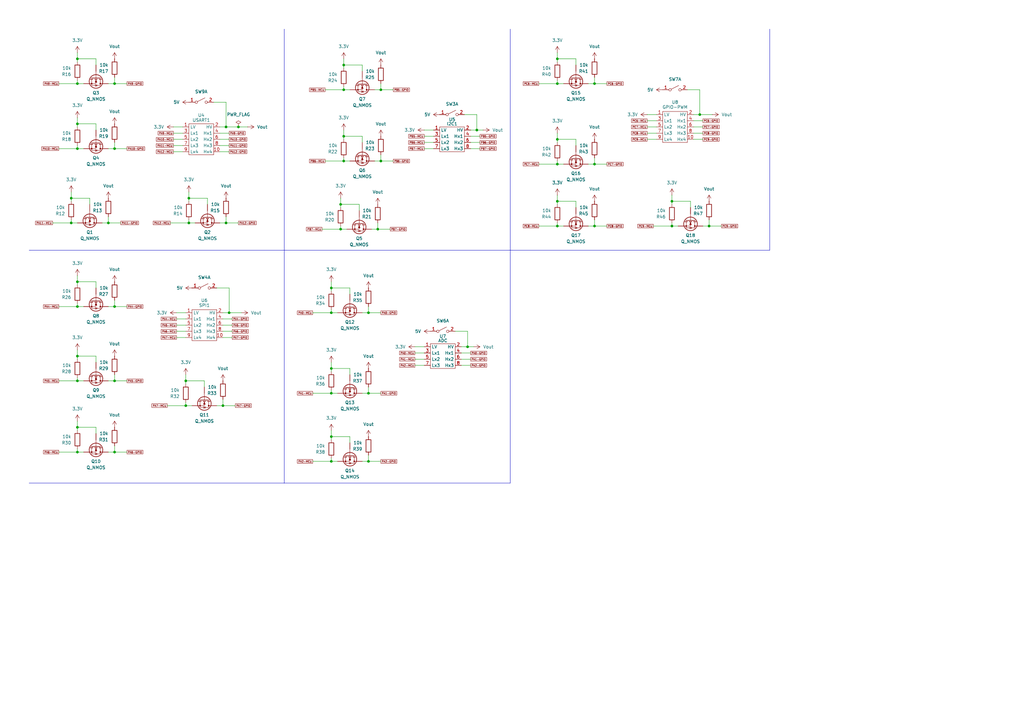
<source format=kicad_sch>
(kicad_sch (version 20250114) (generator "eeschema") (generator_version "9.0")
  (paper "A3")
  (junction (at 135.89 128.27))
  (junction (at 156.21 66.04))
  (junction (at 156.21 36.83))
  (junction (at 228.6 24.13))
  (junction (at 243.84 67.31))
  (junction (at 29.21 81.28))
  (junction (at 31.75 60.96))
  (junction (at 151.13 189.23))
  (junction (at 31.75 125.73))
  (junction (at 228.6 92.71))
  (junction (at 76.2 166.37))
  (junction (at 46.99 60.96))
  (junction (at 77.47 81.28))
  (junction (at 139.7 93.98))
  (junction (at 31.75 175.26))
  (junction (at 140.97 66.04))
  (junction (at 140.97 55.88))
  (junction (at 287.02 46.99))
  (junction (at 243.84 34.29))
  (junction (at 31.75 115.57))
  (junction (at 243.84 92.71))
  (junction (at 151.13 161.29))
  (junction (at 195.58 53.34))
  (junction (at 228.6 67.31))
  (junction (at 46.99 125.73))
  (junction (at 275.59 92.71))
  (junction (at 92.71 52.07))
  (junction (at 139.7 83.82))
  (junction (at 275.59 82.55))
  (junction (at 46.99 185.42))
  (junction (at 135.89 118.11))
  (junction (at 228.6 34.29))
  (junction (at 228.6 82.55))
  (junction (at 135.89 179.07))
  (junction (at 91.44 166.37))
  (junction (at 151.13 128.27))
  (junction (at 31.75 50.8))
  (junction (at 135.89 151.13))
  (junction (at 31.75 34.29))
  (junction (at 31.75 185.42))
  (junction (at 191.77 142.24))
  (junction (at 76.2 156.21))
  (junction (at 135.89 161.29))
  (junction (at 31.75 156.21))
  (junction (at 154.94 93.98))
  (junction (at 46.99 156.21))
  (junction (at 140.97 36.83))
  (junction (at 31.75 146.05))
  (junction (at 46.99 34.29))
  (junction (at 140.97 26.67))
  (junction (at 290.83 92.71))
  (junction (at 31.75 24.13))
  (junction (at 29.21 91.44))
  (junction (at 97.79 52.07))
  (junction (at 44.45 91.44))
  (junction (at 92.71 91.44))
  (junction (at 77.47 91.44))
  (junction (at 93.98 128.27))
  (junction (at 135.89 189.23))
  (junction (at 228.6 57.15))
  (wire (pts (xy 46.99 34.29) (xy 46.99 31.75)))
  (wire (pts (xy 228.6 83.82) (xy 228.6 82.55)))
  (wire (pts (xy 173.99 53.34) (xy 177.8 53.34)))
  (wire (pts (xy 31.75 146.05) (xy 39.37 146.05)))
  (wire (pts (xy 90.17 62.23) (xy 93.98 62.23)))
  (wire (pts (xy 284.48 46.99) (xy 287.02 46.99)))
  (wire (pts (xy 76.2 165.1) (xy 76.2 166.37)))
  (wire (pts (xy 128.27 161.29) (xy 135.89 161.29)))
  (wire (pts (xy 31.75 124.46) (xy 31.75 125.73)))
  (wire (pts (xy 275.59 80.01) (xy 275.59 82.55)))
  (wire (pts (xy 269.24 52.07) (xy 265.43 52.07)))
  (wire (pts (xy 220.98 92.71) (xy 228.6 92.71)))
  (polyline (pts (xy 116.586 12.192) (xy 116.586 102.616)))
  (wire (pts (xy 31.75 24.13) (xy 39.37 24.13)))
  (wire (pts (xy 90.17 57.15) (xy 93.98 57.15)))
  (wire (pts (xy 76.2 135.89) (xy 72.39 135.89)))
  (wire (pts (xy 135.89 187.96) (xy 135.89 189.23)))
  (wire (pts (xy 39.37 24.13) (xy 39.37 26.67)))
  (wire (pts (xy 193.04 60.96) (xy 196.85 60.96)))
  (wire (pts (xy 170.18 142.24) (xy 173.99 142.24)))
  (wire (pts (xy 177.8 55.88) (xy 173.99 55.88)))
  (wire (pts (xy 85.09 81.28) (xy 85.09 83.82)))
  (wire (pts (xy 29.21 81.28) (xy 36.83 81.28)))
  (wire (pts (xy 191.77 135.89) (xy 191.77 142.24)))
  (wire (pts (xy 135.89 115.57) (xy 135.89 118.11)))
  (wire (pts (xy 177.8 58.42) (xy 173.99 58.42)))
  (wire (pts (xy 31.75 21.59) (xy 31.75 24.13)))
  (wire (pts (xy 24.13 34.29) (xy 31.75 34.29)))
  (wire (pts (xy 220.98 67.31) (xy 228.6 67.31)))
  (wire (pts (xy 31.75 185.42) (xy 34.29 185.42)))
  (wire (pts (xy 44.45 91.44) (xy 44.45 88.9)))
  (wire (pts (xy 39.37 50.8) (xy 39.37 53.34)))
  (wire (pts (xy 236.22 57.15) (xy 236.22 59.69)))
  (wire (pts (xy 31.75 116.84) (xy 31.75 115.57)))
  (wire (pts (xy 46.99 34.29) (xy 52.07 34.29)))
  (wire (pts (xy 135.89 189.23) (xy 138.43 189.23)))
  (wire (pts (xy 76.2 156.21) (xy 83.82 156.21)))
  (wire (pts (xy 275.59 83.82) (xy 275.59 82.55)))
  (wire (pts (xy 148.59 189.23) (xy 151.13 189.23)))
  (polyline (pts (xy 11.938 102.616) (xy 12.446 102.616)))
  (wire (pts (xy 46.99 125.73) (xy 52.07 125.73)))
  (wire (pts (xy 139.7 81.28) (xy 139.7 83.82)))
  (wire (pts (xy 90.17 59.69) (xy 93.98 59.69)))
  (wire (pts (xy 287.02 36.83) (xy 287.02 46.99)))
  (wire (pts (xy 21.59 91.44) (xy 29.21 91.44)))
  (wire (pts (xy 68.58 166.37) (xy 76.2 166.37)))
  (wire (pts (xy 195.58 46.99) (xy 195.58 53.34)))
  (wire (pts (xy 290.83 92.71) (xy 295.91 92.71)))
  (polyline (pts (xy 209.296 102.616) (xy 315.722 102.616)))
  (wire (pts (xy 91.44 128.27) (xy 93.98 128.27)))
  (wire (pts (xy 69.85 91.44) (xy 77.47 91.44)))
  (wire (pts (xy 90.17 54.61) (xy 93.98 54.61)))
  (wire (pts (xy 153.67 66.04) (xy 156.21 66.04)))
  (wire (pts (xy 76.2 153.67) (xy 76.2 156.21)))
  (wire (pts (xy 88.9 166.37) (xy 91.44 166.37)))
  (wire (pts (xy 29.21 90.17) (xy 29.21 91.44)))
  (wire (pts (xy 44.45 34.29) (xy 46.99 34.29)))
  (wire (pts (xy 135.89 128.27) (xy 138.43 128.27)))
  (wire (pts (xy 71.12 52.07) (xy 74.93 52.07)))
  (wire (pts (xy 228.6 92.71) (xy 231.14 92.71)))
  (wire (pts (xy 31.75 52.07) (xy 31.75 50.8)))
  (wire (pts (xy 151.13 161.29) (xy 156.21 161.29)))
  (wire (pts (xy 193.04 58.42) (xy 196.85 58.42)))
  (wire (pts (xy 151.13 189.23) (xy 156.21 189.23)))
  (wire (pts (xy 44.45 60.96) (xy 46.99 60.96)))
  (wire (pts (xy 31.75 156.21) (xy 34.29 156.21)))
  (wire (pts (xy 31.75 59.69) (xy 31.75 60.96)))
  (wire (pts (xy 97.79 52.07) (xy 101.6 52.07)))
  (wire (pts (xy 139.7 93.98) (xy 142.24 93.98)))
  (wire (pts (xy 31.75 125.73) (xy 34.29 125.73)))
  (wire (pts (xy 228.6 24.13) (xy 236.22 24.13)))
  (wire (pts (xy 190.5 46.99) (xy 195.58 46.99)))
  (wire (pts (xy 46.99 156.21) (xy 52.07 156.21)))
  (wire (pts (xy 92.71 91.44) (xy 92.71 88.9)))
  (wire (pts (xy 24.13 185.42) (xy 31.75 185.42)))
  (wire (pts (xy 228.6 82.55) (xy 236.22 82.55)))
  (polyline (pts (xy 12.446 102.616) (xy 116.586 102.616)))
  (wire (pts (xy 189.23 147.32) (xy 193.04 147.32)))
  (wire (pts (xy 135.89 179.07) (xy 143.51 179.07)))
  (wire (pts (xy 31.75 147.32) (xy 31.75 146.05)))
  (wire (pts (xy 29.21 82.55) (xy 29.21 81.28)))
  (wire (pts (xy 284.48 54.61) (xy 288.29 54.61)))
  (wire (pts (xy 44.45 156.21) (xy 46.99 156.21)))
  (wire (pts (xy 228.6 54.61) (xy 228.6 57.15)))
  (wire (pts (xy 281.94 36.83) (xy 287.02 36.83)))
  (wire (pts (xy 90.17 91.44) (xy 92.71 91.44)))
  (wire (pts (xy 189.23 149.86) (xy 193.04 149.86)))
  (wire (pts (xy 228.6 25.4) (xy 228.6 24.13)))
  (wire (pts (xy 140.97 26.67) (xy 148.59 26.67)))
  (wire (pts (xy 243.84 67.31) (xy 248.92 67.31)))
  (wire (pts (xy 135.89 161.29) (xy 138.43 161.29)))
  (wire (pts (xy 156.21 66.04) (xy 156.21 63.5)))
  (wire (pts (xy 173.99 149.86) (xy 170.18 149.86)))
  (wire (pts (xy 143.51 179.07) (xy 143.51 181.61)))
  (wire (pts (xy 193.04 53.34) (xy 195.58 53.34)))
  (polyline (pts (xy 209.296 11.938) (xy 209.296 102.616)))
  (wire (pts (xy 156.21 66.04) (xy 161.29 66.04)))
  (wire (pts (xy 284.48 49.53) (xy 288.29 49.53)))
  (wire (pts (xy 135.89 148.59) (xy 135.89 151.13)))
  (wire (pts (xy 156.21 36.83) (xy 161.29 36.83)))
  (wire (pts (xy 140.97 64.77) (xy 140.97 66.04)))
  (wire (pts (xy 148.59 128.27) (xy 151.13 128.27)))
  (wire (pts (xy 77.47 91.44) (xy 80.01 91.44)))
  (wire (pts (xy 228.6 91.44) (xy 228.6 92.71)))
  (wire (pts (xy 154.94 93.98) (xy 154.94 91.44)))
  (wire (pts (xy 173.99 147.32) (xy 170.18 147.32)))
  (wire (pts (xy 153.67 36.83) (xy 156.21 36.83)))
  (wire (pts (xy 24.13 156.21) (xy 31.75 156.21)))
  (wire (pts (xy 31.75 154.94) (xy 31.75 156.21)))
  (wire (pts (xy 287.02 46.99) (xy 292.1 46.99)))
  (wire (pts (xy 77.47 78.74) (xy 77.47 81.28)))
  (wire (pts (xy 91.44 135.89) (xy 95.25 135.89)))
  (wire (pts (xy 39.37 115.57) (xy 39.37 118.11)))
  (wire (pts (xy 46.99 185.42) (xy 52.07 185.42)))
  (wire (pts (xy 228.6 34.29) (xy 231.14 34.29)))
  (wire (pts (xy 39.37 175.26) (xy 39.37 177.8)))
  (wire (pts (xy 31.75 175.26) (xy 39.37 175.26)))
  (wire (pts (xy 31.75 34.29) (xy 34.29 34.29)))
  (wire (pts (xy 29.21 78.74) (xy 29.21 81.28)))
  (wire (pts (xy 44.45 91.44) (xy 49.53 91.44)))
  (wire (pts (xy 76.2 166.37) (xy 78.74 166.37)))
  (wire (pts (xy 189.23 144.78) (xy 193.04 144.78)))
  (wire (pts (xy 31.75 50.8) (xy 39.37 50.8)))
  (wire (pts (xy 24.13 125.73) (xy 31.75 125.73)))
  (wire (pts (xy 44.45 125.73) (xy 46.99 125.73)))
  (wire (pts (xy 31.75 48.26) (xy 31.75 50.8)))
  (wire (pts (xy 76.2 138.43) (xy 72.39 138.43)))
  (wire (pts (xy 91.44 138.43) (xy 95.25 138.43)))
  (wire (pts (xy 46.99 125.73) (xy 46.99 123.19)))
  (wire (pts (xy 186.69 135.89) (xy 191.77 135.89)))
  (polyline (pts (xy 116.586 11.938) (xy 116.586 12.192)))
  (wire (pts (xy 269.24 49.53) (xy 265.43 49.53)))
  (wire (pts (xy 93.98 128.27) (xy 99.06 128.27)))
  (wire (pts (xy 151.13 161.29) (xy 151.13 158.75)))
  (wire (pts (xy 88.9 118.11) (xy 93.98 118.11)))
  (wire (pts (xy 267.97 92.71) (xy 275.59 92.71)))
  (wire (pts (xy 243.84 92.71) (xy 248.92 92.71)))
  (wire (pts (xy 135.89 152.4) (xy 135.89 151.13)))
  (polyline (pts (xy 11.938 198.12) (xy 116.586 198.12)))
  (wire (pts (xy 151.13 128.27) (xy 151.13 125.73)))
  (wire (pts (xy 74.93 59.69) (xy 71.12 59.69)))
  (wire (pts (xy 77.47 90.17) (xy 77.47 91.44)))
  (wire (pts (xy 87.63 41.91) (xy 92.71 41.91)))
  (polyline (pts (xy 116.586 198.12) (xy 209.296 198.12)))
  (wire (pts (xy 44.45 185.42) (xy 46.99 185.42)))
  (wire (pts (xy 135.89 127) (xy 135.89 128.27)))
  (wire (pts (xy 74.93 62.23) (xy 71.12 62.23)))
  (wire (pts (xy 220.98 34.29) (xy 228.6 34.29)))
  (wire (pts (xy 139.7 83.82) (xy 147.32 83.82)))
  (wire (pts (xy 193.04 55.88) (xy 196.85 55.88)))
  (wire (pts (xy 151.13 189.23) (xy 151.13 186.69)))
  (wire (pts (xy 31.75 25.4) (xy 31.75 24.13)))
  (wire (pts (xy 31.75 60.96) (xy 34.29 60.96)))
  (wire (pts (xy 243.84 34.29) (xy 243.84 31.75)))
  (wire (pts (xy 139.7 92.71) (xy 139.7 93.98)))
  (wire (pts (xy 39.37 146.05) (xy 39.37 148.59)))
  (wire (pts (xy 31.75 176.53) (xy 31.75 175.26)))
  (wire (pts (xy 133.35 66.04) (xy 140.97 66.04)))
  (wire (pts (xy 31.75 115.57) (xy 39.37 115.57)))
  (wire (pts (xy 77.47 82.55) (xy 77.47 81.28)))
  (wire (pts (xy 269.24 54.61) (xy 265.43 54.61)))
  (wire (pts (xy 76.2 133.35) (xy 72.39 133.35)))
  (wire (pts (xy 24.13 60.96) (xy 31.75 60.96)))
  (wire (pts (xy 143.51 118.11) (xy 143.51 120.65)))
  (wire (pts (xy 195.58 53.34) (xy 198.12 53.34)))
  (wire (pts (xy 93.98 118.11) (xy 93.98 128.27)))
  (wire (pts (xy 140.97 35.56) (xy 140.97 36.83)))
  (wire (pts (xy 29.21 91.44) (xy 31.75 91.44)))
  (wire (pts (xy 148.59 26.67) (xy 148.59 29.21)))
  (polyline (pts (xy 116.586 102.616) (xy 116.586 198.12)))
  (wire (pts (xy 140.97 66.04) (xy 143.51 66.04)))
  (wire (pts (xy 241.3 34.29) (xy 243.84 34.29)))
  (wire (pts (xy 139.7 85.09) (xy 139.7 83.82)))
  (wire (pts (xy 140.97 57.15) (xy 140.97 55.88)))
  (wire (pts (xy 228.6 66.04) (xy 228.6 67.31)))
  (wire (pts (xy 284.48 52.07) (xy 288.29 52.07)))
  (wire (pts (xy 140.97 24.13) (xy 140.97 26.67)))
  (wire (pts (xy 148.59 161.29) (xy 151.13 161.29)))
  (wire (pts (xy 189.23 142.24) (xy 191.77 142.24)))
  (wire (pts (xy 135.89 176.53) (xy 135.89 179.07)))
  (wire (pts (xy 74.93 57.15) (xy 71.12 57.15)))
  (wire (pts (xy 236.22 82.55) (xy 236.22 85.09)))
  (wire (pts (xy 135.89 118.11) (xy 143.51 118.11)))
  (polyline (pts (xy 116.586 102.616) (xy 209.296 102.616)))
  (wire (pts (xy 152.4 93.98) (xy 154.94 93.98)))
  (wire (pts (xy 76.2 130.81) (xy 72.39 130.81)))
  (wire (pts (xy 36.83 81.28) (xy 36.83 83.82)))
  (wire (pts (xy 135.89 180.34) (xy 135.89 179.07)))
  (wire (pts (xy 147.32 83.82) (xy 147.32 86.36)))
  (wire (pts (xy 241.3 92.71) (xy 243.84 92.71)))
  (wire (pts (xy 76.2 157.48) (xy 76.2 156.21)))
  (wire (pts (xy 243.84 67.31) (xy 243.84 64.77)))
  (wire (pts (xy 177.8 60.96) (xy 173.99 60.96)))
  (wire (pts (xy 284.48 57.15) (xy 288.29 57.15)))
  (wire (pts (xy 228.6 67.31) (xy 231.14 67.31)))
  (wire (pts (xy 241.3 67.31) (xy 243.84 67.31)))
  (wire (pts (xy 135.89 160.02) (xy 135.89 161.29)))
  (wire (pts (xy 154.94 93.98) (xy 160.02 93.98)))
  (wire (pts (xy 132.08 93.98) (xy 139.7 93.98)))
  (wire (pts (xy 228.6 57.15) (xy 236.22 57.15)))
  (wire (pts (xy 135.89 119.38) (xy 135.89 118.11)))
  (wire (pts (xy 128.27 189.23) (xy 135.89 189.23)))
  (wire (pts (xy 72.39 128.27) (xy 76.2 128.27)))
  (wire (pts (xy 90.17 52.07) (xy 92.71 52.07)))
  (wire (pts (xy 148.59 55.88) (xy 148.59 58.42)))
  (wire (pts (xy 77.47 81.28) (xy 85.09 81.28)))
  (wire (pts (xy 290.83 92.71) (xy 290.83 90.17)))
  (wire (pts (xy 140.97 27.94) (xy 140.97 26.67)))
  (wire (pts (xy 46.99 60.96) (xy 46.99 58.42)))
  (wire (pts (xy 135.89 151.13) (xy 143.51 151.13)))
  (wire (pts (xy 228.6 80.01) (xy 228.6 82.55)))
  (wire (pts (xy 236.22 24.13) (xy 236.22 26.67)))
  (wire (pts (xy 83.82 156.21) (xy 83.82 158.75)))
  (wire (pts (xy 46.99 156.21) (xy 46.99 153.67)))
  (wire (pts (xy 91.44 166.37) (xy 96.52 166.37)))
  (polyline (pts (xy 209.296 198.12) (xy 209.296 102.616)))
  (wire (pts (xy 31.75 184.15) (xy 31.75 185.42)))
  (wire (pts (xy 31.75 113.03) (xy 31.75 115.57)))
  (wire (pts (xy 31.75 172.72) (xy 31.75 175.26)))
  (wire (pts (xy 151.13 128.27) (xy 156.21 128.27)))
  (wire (pts (xy 269.24 57.15) (xy 265.43 57.15)))
  (wire (pts (xy 228.6 21.59) (xy 228.6 24.13)))
  (wire (pts (xy 275.59 82.55) (xy 283.21 82.55)))
  (wire (pts (xy 92.71 41.91) (xy 92.71 52.07)))
  (polyline (pts (xy 315.722 11.938) (xy 315.722 102.616)))
  (wire (pts (xy 283.21 82.55) (xy 283.21 85.09)))
  (wire (pts (xy 92.71 52.07) (xy 97.79 52.07)))
  (wire (pts (xy 91.44 166.37) (xy 91.44 163.83)))
  (wire (pts (xy 31.75 33.02) (xy 31.75 34.29)))
  (wire (pts (xy 275.59 92.71) (xy 278.13 92.71)))
  (wire (pts (xy 41.91 91.44) (xy 44.45 91.44)))
  (wire (pts (xy 140.97 55.88) (xy 148.59 55.88)))
  (wire (pts (xy 243.84 34.29) (xy 248.92 34.29)))
  (wire (pts (xy 156.21 36.83) (xy 156.21 34.29)))
  (wire (pts (xy 143.51 151.13) (xy 143.51 153.67)))
  (wire (pts (xy 74.93 54.61) (xy 71.12 54.61)))
  (wire (pts (xy 228.6 58.42) (xy 228.6 57.15)))
  (wire (pts (xy 265.43 46.99) (xy 269.24 46.99)))
  (wire (pts (xy 191.77 142.24) (xy 194.31 142.24)))
  (wire (pts (xy 140.97 53.34) (xy 140.97 55.88)))
  (wire (pts (xy 46.99 60.96) (xy 52.07 60.96)))
  (wire (pts (xy 228.6 33.02) (xy 228.6 34.29)))
  (wire (pts (xy 91.44 130.81) (xy 95.25 130.81)))
  (wire (pts (xy 173.99 144.78) (xy 170.18 144.78)))
  (wire (pts (xy 46.99 185.42) (xy 46.99 182.88)))
  (wire (pts (xy 92.71 91.44) (xy 97.79 91.44)))
  (wire (pts (xy 133.35 36.83) (xy 140.97 36.83)))
  (wire (pts (xy 288.29 92.71) (xy 290.83 92.71)))
  (wire (pts (xy 128.27 128.27) (xy 135.89 128.27)))
  (wire (pts (xy 91.44 133.35) (xy 95.25 133.35)))
  (wire (pts (xy 275.59 91.44) (xy 275.59 92.71)))
  (wire (pts (xy 140.97 36.83) (xy 143.51 36.83)))
  (wire (pts (xy 243.84 92.71) (xy 243.84 90.17)))
  (wire (pts (xy 31.75 143.51) (xy 31.75 146.05)))
  (global_label "PC9-MCU" (shape passive) (at 267.97 92.71 180) (effects (font (size 0.762 0.762))) (property "Intersheetrefs" "${INTERSHEET_REFS}" (effects (hide yes))))
  (global_label "PA5-GPIO" (shape passive) (at 52.07 156.21 0) (effects (font (size 0.762 0.762))) (property "Intersheetrefs" "${INTERSHEET_REFS}" (effects (hide yes))))
  (global_label "PA7-GPIO" (shape passive) (at 96.52 166.37 0) (effects (font (size 0.762 0.762))) (property "Intersheetrefs" "${INTERSHEET_REFS}" (effects (hide yes))))
  (global_label "PA4-MCU" (shape passive) (at 24.13 125.73 180) (effects (font (size 0.762 0.762))) (property "Intersheetrefs" "${INTERSHEET_REFS}" (effects (hide yes))))
  (global_label "PA1-GPIO" (shape passive) (at 156.21 161.29 0) (effects (font (size 0.762 0.762))) (property "Intersheetrefs" "${INTERSHEET_REFS}" (effects (hide yes))))
  (global_label "PA5-MCU" (shape passive) (at 72.39 133.35 180) (effects (font (size 0.762 0.762))) (property "Intersheetrefs" "${INTERSHEET_REFS}" (effects (hide yes))))
  (global_label "PA10-GPIO" (shape passive) (at 93.98 57.15 0) (effects (font (size 0.762 0.762))) (property "Intersheetrefs" "${INTERSHEET_REFS}" (effects (hide yes))))
  (global_label "PC8-GPIO" (shape passive) (at 248.92 92.71 0) (effects (font (size 0.762 0.762))) (property "Intersheetrefs" "${INTERSHEET_REFS}" (effects (hide yes))))
  (global_label "PB6-MCU" (shape passive) (at 133.35 66.04 180) (effects (font (size 0.762 0.762))) (property "Intersheetrefs" "${INTERSHEET_REFS}" (effects (hide yes))))
  (global_label "PB6-MCU" (shape passive) (at 173.99 58.42 180) (effects (font (size 0.762 0.762))) (property "Intersheetrefs" "${INTERSHEET_REFS}" (effects (hide yes))))
  (global_label "PA2-MCU" (shape passive) (at 128.27 189.23 180) (effects (font (size 0.762 0.762))) (property "Intersheetrefs" "${INTERSHEET_REFS}" (effects (hide yes))))
  (global_label "PA10-MCU" (shape passive) (at 71.12 57.15 180) (effects (font (size 0.762 0.762))) (property "Intersheetrefs" "${INTERSHEET_REFS}" (effects (hide yes))))
  (global_label "PA0-MCU" (shape passive) (at 128.27 128.27 180) (effects (font (size 0.762 0.762))) (property "Intersheetrefs" "${INTERSHEET_REFS}" (effects (hide yes))))
  (global_label "PA9-GPIO" (shape passive) (at 52.07 34.29 0) (effects (font (size 0.762 0.762))) (property "Intersheetrefs" "${INTERSHEET_REFS}" (effects (hide yes))))
  (global_label "PA11-GPIO" (shape passive) (at 93.98 59.69 0) (effects (font (size 0.762 0.762))) (property "Intersheetrefs" "${INTERSHEET_REFS}" (effects (hide yes))))
  (global_label "PA1-MCU" (shape passive) (at 128.27 161.29 180) (effects (font (size 0.762 0.762))) (property "Intersheetrefs" "${INTERSHEET_REFS}" (effects (hide yes))))
  (global_label "PA7-MCU" (shape passive) (at 68.58 166.37 180) (effects (font (size 0.762 0.762))) (property "Intersheetrefs" "${INTERSHEET_REFS}" (effects (hide yes))))
  (global_label "PA5-MCU" (shape passive) (at 24.13 156.21 180) (effects (font (size 0.762 0.762))) (property "Intersheetrefs" "${INTERSHEET_REFS}" (effects (hide yes))))
  (global_label "PC6-GPIO" (shape passive) (at 248.92 34.29 0) (effects (font (size 0.762 0.762))) (property "Intersheetrefs" "${INTERSHEET_REFS}" (effects (hide yes))))
  (global_label "PA6-GPIO" (shape passive) (at 52.07 185.42 0) (effects (font (size 0.762 0.762))) (property "Intersheetrefs" "${INTERSHEET_REFS}" (effects (hide yes))))
  (global_label "PA5-GPIO" (shape passive) (at 95.25 133.35 0) (effects (font (size 0.762 0.762))) (property "Intersheetrefs" "${INTERSHEET_REFS}" (effects (hide yes))))
  (global_label "PA4-MCU" (shape passive) (at 72.39 130.81 180) (effects (font (size 0.762 0.762))) (property "Intersheetrefs" "${INTERSHEET_REFS}" (effects (hide yes))))
  (global_label "PC7-GPIO" (shape passive) (at 288.29 52.07 0) (effects (font (size 0.762 0.762))) (property "Intersheetrefs" "${INTERSHEET_REFS}" (effects (hide yes))))
  (global_label "PA6-GPIO" (shape passive) (at 95.25 135.89 0) (effects (font (size 0.762 0.762))) (property "Intersheetrefs" "${INTERSHEET_REFS}" (effects (hide yes))))
  (global_label "PB6-GPIO" (shape passive) (at 196.85 58.42 0) (effects (font (size 0.762 0.762))) (property "Intersheetrefs" "${INTERSHEET_REFS}" (effects (hide yes))))
  (global_label "PA11-MCU" (shape passive) (at 21.59 91.44 180) (effects (font (size 0.762 0.762))) (property "Intersheetrefs" "${INTERSHEET_REFS}" (effects (hide yes))))
  (global_label "PC6-GPIO" (shape passive) (at 288.29 49.53 0) (effects (font (size 0.762 0.762))) (property "Intersheetrefs" "${INTERSHEET_REFS}" (effects (hide yes))))
  (global_label "PB6-GPIO" (shape passive) (at 161.29 66.04 0) (effects (font (size 0.762 0.762))) (property "Intersheetrefs" "${INTERSHEET_REFS}" (effects (hide yes))))
  (global_label "PA0-MCU" (shape passive) (at 170.18 144.78 180) (effects (font (size 0.762 0.762))) (property "Intersheetrefs" "${INTERSHEET_REFS}" (effects (hide yes))))
  (global_label "PC6-MCU" (shape passive) (at 265.43 49.53 180) (effects (font (size 0.762 0.762))) (property "Intersheetrefs" "${INTERSHEET_REFS}" (effects (hide yes))))
  (global_label "PB7-MCU" (shape passive) (at 132.08 93.98 180) (effects (font (size 0.762 0.762))) (property "Intersheetrefs" "${INTERSHEET_REFS}" (effects (hide yes))))
  (global_label "PB7-MCU" (shape passive) (at 173.99 60.96 180) (effects (font (size 0.762 0.762))) (property "Intersheetrefs" "${INTERSHEET_REFS}" (effects (hide yes))))
  (global_label "PC9-MCU" (shape passive) (at 265.43 57.15 180) (effects (font (size 0.762 0.762))) (property "Intersheetrefs" "${INTERSHEET_REFS}" (effects (hide yes))))
  (global_label "PA12-GPIO" (shape passive) (at 97.79 91.44 0) (effects (font (size 0.762 0.762))) (property "Intersheetrefs" "${INTERSHEET_REFS}" (effects (hide yes))))
  (global_label "PA4-GPIO" (shape passive) (at 95.25 130.81 0) (effects (font (size 0.762 0.762))) (property "Intersheetrefs" "${INTERSHEET_REFS}" (effects (hide yes))))
  (global_label "PA1-GPIO" (shape passive) (at 193.04 147.32 0) (effects (font (size 0.762 0.762))) (property "Intersheetrefs" "${INTERSHEET_REFS}" (effects (hide yes))))
  (global_label "PA6-MCU" (shape passive) (at 24.13 185.42 180) (effects (font (size 0.762 0.762))) (property "Intersheetrefs" "${INTERSHEET_REFS}" (effects (hide yes))))
  (global_label "PB5-MCU" (shape passive) (at 133.35 36.83 180) (effects (font (size 0.762 0.762))) (property "Intersheetrefs" "${INTERSHEET_REFS}" (effects (hide yes))))
  (global_label "PA0-GPIO" (shape passive) (at 156.21 128.27 0) (effects (font (size 0.762 0.762))) (property "Intersheetrefs" "${INTERSHEET_REFS}" (effects (hide yes))))
  (global_label "PA7-GPIO" (shape passive) (at 95.25 138.43 0) (effects (font (size 0.762 0.762))) (property "Intersheetrefs" "${INTERSHEET_REFS}" (effects (hide yes))))
  (global_label "PA2-GPIO" (shape passive) (at 193.04 149.86 0) (effects (font (size 0.762 0.762))) (property "Intersheetrefs" "${INTERSHEET_REFS}" (effects (hide yes))))
  (global_label "PA12-MCU" (shape passive) (at 71.12 62.23 180) (effects (font (size 0.762 0.762))) (property "Intersheetrefs" "${INTERSHEET_REFS}" (effects (hide yes))))
  (global_label "PA12-MCU" (shape passive) (at 69.85 91.44 180) (effects (font (size 0.762 0.762))) (property "Intersheetrefs" "${INTERSHEET_REFS}" (effects (hide yes))))
  (global_label "PC8-GPIO" (shape passive) (at 288.29 54.61 0) (effects (font (size 0.762 0.762))) (property "Intersheetrefs" "${INTERSHEET_REFS}" (effects (hide yes))))
  (global_label "PA10-MCU" (shape passive) (at 24.13 60.96 180) (effects (font (size 0.762 0.762))) (property "Intersheetrefs" "${INTERSHEET_REFS}" (effects (hide yes))))
  (global_label "PA11-MCU" (shape passive) (at 71.12 59.69 180) (effects (font (size 0.762 0.762))) (property "Intersheetrefs" "${INTERSHEET_REFS}" (effects (hide yes))))
  (global_label "PB7-GPIO" (shape passive) (at 160.02 93.98 0) (effects (font (size 0.762 0.762))) (property "Intersheetrefs" "${INTERSHEET_REFS}" (effects (hide yes))))
  (global_label "PA9-MCU" (shape passive) (at 71.12 54.61 180) (effects (font (size 0.762 0.762))) (property "Intersheetrefs" "${INTERSHEET_REFS}" (effects (hide yes))))
  (global_label "PC6-MCU" (shape passive) (at 220.98 34.29 180) (effects (font (size 0.762 0.762))) (property "Intersheetrefs" "${INTERSHEET_REFS}" (effects (hide yes))))
  (global_label "PB5-GPIO" (shape passive) (at 161.29 36.83 0) (effects (font (size 0.762 0.762))) (property "Intersheetrefs" "${INTERSHEET_REFS}" (effects (hide yes))))
  (global_label "PA2-MCU" (shape passive) (at 170.18 149.86 180) (effects (font (size 0.762 0.762))) (property "Intersheetrefs" "${INTERSHEET_REFS}" (effects (hide yes))))
  (global_label "PA6-MCU" (shape passive) (at 72.39 135.89 180) (effects (font (size 0.762 0.762))) (property "Intersheetrefs" "${INTERSHEET_REFS}" (effects (hide yes))))
  (global_label "PB5-GPIO" (shape passive) (at 196.85 55.88 0) (effects (font (size 0.762 0.762))) (property "Intersheetrefs" "${INTERSHEET_REFS}" (effects (hide yes))))
  (global_label "PA12-GPIO" (shape passive) (at 93.98 62.23 0) (effects (font (size 0.762 0.762))) (property "Intersheetrefs" "${INTERSHEET_REFS}" (effects (hide yes))))
  (global_label "PC8-MCU" (shape passive) (at 265.43 54.61 180) (effects (font (size 0.762 0.762))) (property "Intersheetrefs" "${INTERSHEET_REFS}" (effects (hide yes))))
  (global_label "PA1-MCU" (shape passive) (at 170.18 147.32 180) (effects (font (size 0.762 0.762))) (property "Intersheetrefs" "${INTERSHEET_REFS}" (effects (hide yes))))
  (global_label "PC7-GPIO" (shape passive) (at 248.92 67.31 0) (effects (font (size 0.762 0.762))) (property "Intersheetrefs" "${INTERSHEET_REFS}" (effects (hide yes))))
  (global_label "PA0-GPIO" (shape passive) (at 193.04 144.78 0) (effects (font (size 0.762 0.762))) (property "Intersheetrefs" "${INTERSHEET_REFS}" (effects (hide yes))))
  (global_label "PA9-GPIO" (shape passive) (at 93.98 54.61 0) (effects (font (size 0.762 0.762))) (property "Intersheetrefs" "${INTERSHEET_REFS}" (effects (hide yes))))
  (global_label "PA11-GPIO" (shape passive) (at 49.53 91.44 0) (effects (font (size 0.762 0.762))) (property "Intersheetrefs" "${INTERSHEET_REFS}" (effects (hide yes))))
  (global_label "PC9-GPIO" (shape passive) (at 295.91 92.71 0) (effects (font (size 0.762 0.762))) (property "Intersheetrefs" "${INTERSHEET_REFS}" (effects (hide yes))))
  (global_label "PC9-GPIO" (shape passive) (at 288.29 57.15 0) (effects (font (size 0.762 0.762))) (property "Intersheetrefs" "${INTERSHEET_REFS}" (effects (hide yes))))
  (global_label "PC7-MCU" (shape passive) (at 220.98 67.31 180) (effects (font (size 0.762 0.762))) (property "Intersheetrefs" "${INTERSHEET_REFS}" (effects (hide yes))))
  (global_label "PC8-MCU" (shape passive) (at 220.98 92.71 180) (effects (font (size 0.762 0.762))) (property "Intersheetrefs" "${INTERSHEET_REFS}" (effects (hide yes))))
  (global_label "PB5-MCU" (shape passive) (at 173.99 55.88 180) (effects (font (size 0.762 0.762))) (property "Intersheetrefs" "${INTERSHEET_REFS}" (effects (hide yes))))
  (global_label "PA7-MCU" (shape passive) (at 72.39 138.43 180) (effects (font (size 0.762 0.762))) (property "Intersheetrefs" "${INTERSHEET_REFS}" (effects (hide yes))))
  (global_label "PA9-MCU" (shape passive) (at 24.13 34.29 180) (effects (font (size 0.762 0.762))) (property "Intersheetrefs" "${INTERSHEET_REFS}" (effects (hide yes))))
  (global_label "PC7-MCU" (shape passive) (at 265.43 52.07 180) (effects (font (size 0.762 0.762))) (property "Intersheetrefs" "${INTERSHEET_REFS}" (effects (hide yes))))
  (global_label "PA10-GPIO" (shape passive) (at 52.07 60.96 0) (effects (font (size 0.762 0.762))) (property "Intersheetrefs" "${INTERSHEET_REFS}" (effects (hide yes))))
  (global_label "PB7-GPIO" (shape passive) (at 196.85 60.96 0) (effects (font (size 0.762 0.762))) (property "Intersheetrefs" "${INTERSHEET_REFS}" (effects (hide yes))))
  (global_label "PA2-GPIO" (shape passive) (at 156.21 189.23 0) (effects (font (size 0.762 0.762))) (property "Intersheetrefs" "${INTERSHEET_REFS}" (effects (hide yes))))
  (global_label "PA4-GPIO" (shape passive) (at 52.07 125.73 0) (effects (font (size 0.762 0.762))) (property "Intersheetrefs" "${INTERSHEET_REFS}" (effects (hide yes))))
  (symbol (lib_id "Device:R") (at 135.89 123.19 180) (unit 1)
    (property "Reference" "R34" (at 133.35 124.4601 0) (effects (justify left)))
    (property "Value" "10k" (at 133.35 121.9201 0) (effects (justify left)))
    (property "Footprint" "Resistor_SMD:R_0603_1608Metric_Pad0.98x0.95mm_HandSolder" (effects (hide yes)))
    (property "Description" "Resistor" (effects (hide yes)))
  )
  (symbol (lib_id "Device:R") (at 31.75 180.34 180) (unit 1)
    (property "Reference" "R30" (at 29.21 181.6101 0) (effects (justify left)))
    (property "Value" "10k" (at 29.21 179.0701 0) (effects (justify left)))
    (property "Footprint" "Resistor_SMD:R_0603_1608Metric_Pad0.98x0.95mm_HandSolder" (effects (hide yes)))
    (property "Description" "Resistor" (effects (hide yes)))
  )
  (symbol (lib_id "power:VCC") (at 77.47 41.91 90) (unit 1)
    (property "Reference" "#PWR064" (effects (hide yes)))
    (property "Value" "5V" (at 73.66 41.9099 90) (effects (justify left)))
    (property "Description" "Power symbol creates a global label with name \"VCC\"" (effects (hide yes)))
  )
  (symbol (lib_id "power:VCC") (at 292.1 46.99 270) (unit 1)
    (property "Reference" "#PWR040" (effects (hide yes)))
    (property "Value" "Vout" (at 295.91 46.9899 90) (effects (justify left)))
    (property "Description" "Power symbol creates a global label with name \"VCC\"" (effects (hide yes)))
  )
  (symbol (lib_id "power:VCC") (at 140.97 24.13 0) (unit 1)
    (property "Reference" "#PWR075" (effects (hide yes)))
    (property "Value" "3.3V" (at 140.97 19.05 0))
    (property "Description" "Power symbol creates a global label with name \"VCC\"" (effects (hide yes)))
  )
  (symbol (lib_id "Switch:SW_DPST_x2") (at 276.86 36.83 0) (unit 1)
    (property "Reference" "SW7" (at 276.86 32.512 0))
    (property "Footprint" "Button_Switch_THT:SW_DIP_SPSTx01_Slide_9.78x4.72mm_W7.62mm_P2.54mm" (effects (hide yes)))
    (property "Description" "Single Pole Single Throw (SPST) switch, separate symbol" (effects (hide yes)))
  )
  (symbol (lib_id "power:VCC") (at 154.94 83.82 0) (unit 1)
    (property "Reference" "#PWR072" (effects (hide yes)))
    (property "Value" "Vout" (at 154.94 78.74 0))
    (property "Description" "Power symbol creates a global label with name \"VCC\"" (effects (hide yes)))
  )
  (symbol (lib_id "Device:R") (at 228.6 62.23 180) (unit 1)
    (property "Reference" "R42" (at 226.06 63.5001 0) (effects (justify left)))
    (property "Value" "10k" (at 226.06 60.9601 0) (effects (justify left)))
    (property "Footprint" "Resistor_SMD:R_0603_1608Metric_Pad0.98x0.95mm_HandSolder" (effects (hide yes)))
    (property "Description" "Resistor" (effects (hide yes)))
  )
  (symbol (lib_id "power:VCC") (at 290.83 82.55 0) (unit 1)
    (property "Reference" "#PWR094" (effects (hide yes)))
    (property "Value" "Vout" (at 290.83 77.47 0))
    (property "Description" "Power symbol creates a global label with name \"VCC\"" (effects (hide yes)))
  )
  (symbol (lib_id "Device:R") (at 290.83 86.36 180) (unit 1)
    (property "Reference" "R47" (at 288.29 87.6301 0) (effects (justify left)))
    (property "Value" "10k" (at 288.29 85.0901 0) (effects (justify left)))
    (property "Footprint" "Resistor_SMD:R_0603_1608Metric_Pad0.98x0.95mm_HandSolder" (effects (hide yes)))
    (property "Description" "Resistor" (effects (hide yes)))
  )
  (symbol (lib_id "power:VCC") (at 77.47 78.74 0) (unit 1)
    (property "Reference" "#PWR063" (effects (hide yes)))
    (property "Value" "3.3V" (at 77.47 73.66 0))
    (property "Description" "Power symbol creates a global label with name \"VCC\"" (effects (hide yes)))
  )
  (symbol (lib_id "Switch:SW_DPST_x2") (at 185.42 46.99 0) (unit 1)
    (property "Reference" "SW3" (at 185.42 42.672 0))
    (property "Footprint" "Button_Switch_THT:SW_DIP_SPSTx01_Slide_9.78x4.72mm_W7.62mm_P2.54mm" (effects (hide yes)))
    (property "Description" "Single Pole Single Throw (SPST) switch, separate symbol" (effects (hide yes)))
  )
  (symbol (lib_id "power:VCC") (at 72.39 128.27 90) (unit 1)
    (property "Reference" "#PWR029" (effects (hide yes)))
    (property "Value" "3.3V" (at 68.58 128.2699 90) (effects (justify left)))
    (property "Description" "Power symbol creates a global label with name \"VCC\"" (effects (hide yes)))
  )
  (symbol (lib_id "Device:R") (at 154.94 87.63 180) (unit 1)
    (property "Reference" "R21" (at 152.4 88.9001 0) (effects (justify left)))
    (property "Value" "10k" (at 152.4 86.3601 0) (effects (justify left)))
    (property "Footprint" "Resistor_SMD:R_0603_1608Metric_Pad0.98x0.95mm_HandSolder" (effects (hide yes)))
    (property "Description" "Resistor" (effects (hide yes)))
  )
  (symbol (lib_id "Device:Q_NMOS") (at 147.32 91.44 270) (unit 1)
    (property "Reference" "Q5" (at 147.32 97.79 90))
    (property "Value" "Q_NMOS" (at 147.32 100.33 90))
    (property "Footprint" "Package_TO_SOT_SMD:SOT-23" (effects (hide yes)))
    (property "Description" "N-MOSFET transistor" (effects (hide yes)))
  )
  (symbol (lib_id "power:VCC") (at 46.99 175.26 0) (unit 1)
    (property "Reference" "#PWR081" (effects (hide yes)))
    (property "Value" "Vout" (at 46.99 170.18 0))
    (property "Description" "Power symbol creates a global label with name \"VCC\"" (effects (hide yes)))
  )
  (symbol (lib_id "Device:Q_NMOS") (at 39.37 153.67 270) (unit 1)
    (property "Reference" "Q9" (at 39.37 160.02 90))
    (property "Value" "Q_NMOS" (at 39.37 162.56 90))
    (property "Footprint" "Package_TO_SOT_SMD:SOT-23" (effects (hide yes)))
    (property "Description" "N-MOSFET transistor" (effects (hide yes)))
  )
  (symbol (lib_id "Device:R") (at 46.99 27.94 180) (unit 1)
    (property "Reference" "R17" (at 44.45 29.2101 0) (effects (justify left)))
    (property "Value" "10k" (at 44.45 26.6701 0) (effects (justify left)))
    (property "Footprint" "Resistor_SMD:R_0603_1608Metric_Pad0.98x0.95mm_HandSolder" (effects (hide yes)))
    (property "Description" "Resistor" (effects (hide yes)))
  )
  (symbol (lib_id "Switch:SW_DPST_x2") (at 82.55 41.91 0) (unit 1)
    (property "Reference" "SW9" (at 82.55 37.592 0))
    (property "Footprint" "Button_Switch_THT:SW_DIP_SPSTx01_Slide_9.78x4.72mm_W7.62mm_P2.54mm" (effects (hide yes)))
    (property "Description" "Single Pole Single Throw (SPST) switch, separate symbol" (effects (hide yes)))
  )
  (symbol (lib_id "Device:R") (at 31.75 55.88 180) (unit 1)
    (property "Reference" "R18" (at 29.21 57.1501 0) (effects (justify left)))
    (property "Value" "10k" (at 29.21 54.6101 0) (effects (justify left)))
    (property "Footprint" "Resistor_SMD:R_0603_1608Metric_Pad0.98x0.95mm_HandSolder" (effects (hide yes)))
    (property "Description" "Resistor" (effects (hide yes)))
  )
  (symbol (lib_id "power:VCC") (at 243.84 82.55 0) (unit 1)
    (property "Reference" "#PWR092" (effects (hide yes)))
    (property "Value" "Vout" (at 243.84 77.47 0))
    (property "Description" "Power symbol creates a global label with name \"VCC\"" (effects (hide yes)))
  )
  (symbol (lib_id "Device:R") (at 77.47 86.36 180) (unit 1)
    (property "Reference" "R14" (at 74.93 87.6301 0) (effects (justify left)))
    (property "Value" "10k" (at 74.93 85.0901 0) (effects (justify left)))
    (property "Footprint" "Resistor_SMD:R_0603_1608Metric_Pad0.98x0.95mm_HandSolder" (effects (hide yes)))
    (property "Description" "Resistor" (effects (hide yes)))
  )
  (symbol (lib_id "Device:R") (at 151.13 182.88 180) (unit 1)
    (property "Reference" "R39" (at 148.59 184.1501 0) (effects (justify left)))
    (property "Value" "10k" (at 148.59 181.6101 0) (effects (justify left)))
    (property "Footprint" "Resistor_SMD:R_0603_1608Metric_Pad0.98x0.95mm_HandSolder" (effects (hide yes)))
    (property "Description" "Resistor" (effects (hide yes)))
  )
  (symbol (lib_id "Device:R") (at 91.44 160.02 180) (unit 1)
    (property "Reference" "R33" (at 88.9 161.2901 0) (effects (justify left)))
    (property "Value" "10k" (at 88.9 158.7501 0) (effects (justify left)))
    (property "Footprint" "Resistor_SMD:R_0603_1608Metric_Pad0.98x0.95mm_HandSolder" (effects (hide yes)))
    (property "Description" "Resistor" (effects (hide yes)))
  )
  (symbol (lib_id "power:VCC") (at 151.13 118.11 0) (unit 1)
    (property "Reference" "#PWR033" (effects (hide yes)))
    (property "Value" "Vout" (at 151.13 113.03 0))
    (property "Description" "Power symbol creates a global label with name \"VCC\"" (effects (hide yes)))
  )
  (symbol (lib_id "power:VCC") (at 76.2 153.67 0) (unit 1)
    (property "Reference" "#PWR082" (effects (hide yes)))
    (property "Value" "3.3V" (at 76.2 148.59 0))
    (property "Description" "Power symbol creates a global label with name \"VCC\"" (effects (hide yes)))
  )
  (symbol (lib_id "power:VCC") (at 198.12 53.34 270) (unit 1)
    (property "Reference" "#PWR070" (effects (hide yes)))
    (property "Value" "Vout" (at 201.93 53.3399 90) (effects (justify left)))
    (property "Description" "Power symbol creates a global label with name \"VCC\"" (effects (hide yes)))
  )
  (symbol (lib_id "Device:Q_NMOS") (at 39.37 31.75 270) (unit 1)
    (property "Reference" "Q3" (at 39.37 38.1 90))
    (property "Value" "Q_NMOS" (at 39.37 40.64 90))
    (property "Footprint" "Package_TO_SOT_SMD:SOT-23" (effects (hide yes)))
    (property "Description" "N-MOSFET transistor" (effects (hide yes)))
  )
  (symbol (lib_id "power:VCC") (at 29.21 78.74 0) (unit 1)
    (property "Reference" "#PWR026" (effects (hide yes)))
    (property "Value" "3.3V" (at 29.21 73.66 0))
    (property "Description" "Power symbol creates a global label with name \"VCC\"" (effects (hide yes)))
  )
  (symbol (lib_id "power:VCC") (at 101.6 52.07 270) (unit 1)
    (property "Reference" "#PWR066" (effects (hide yes)))
    (property "Value" "Vout" (at 105.41 52.0699 90) (effects (justify left)))
    (property "Description" "Power symbol creates a global label with name \"VCC\"" (effects (hide yes)))
  )
  (symbol (lib_id "Device:Q_NMOS") (at 39.37 123.19 270) (unit 1)
    (property "Reference" "Q8" (at 39.37 129.54 90))
    (property "Value" "Q_NMOS" (at 39.37 132.08 90))
    (property "Footprint" "Package_TO_SOT_SMD:SOT-23" (effects (hide yes)))
    (property "Description" "N-MOSFET transistor" (effects (hide yes)))
  )
  (symbol (lib_id "power:VCC") (at 91.44 156.21 0) (unit 1)
    (property "Reference" "#PWR083" (effects (hide yes)))
    (property "Value" "Vout" (at 91.44 151.13 0))
    (property "Description" "Power symbol creates a global label with name \"VCC\"" (effects (hide yes)))
  )
  (symbol (lib_id "power:VCC") (at 31.75 143.51 0) (unit 1)
    (property "Reference" "#PWR078" (effects (hide yes)))
    (property "Value" "3.3V" (at 31.75 138.43 0))
    (property "Description" "Power symbol creates a global label with name \"VCC\"" (effects (hide yes)))
  )
  (symbol (lib_id "Device:Q_NMOS") (at 143.51 158.75 270) (unit 1)
    (property "Reference" "Q13" (at 143.51 165.1 90))
    (property "Value" "Q_NMOS" (at 143.51 167.64 90))
    (property "Footprint" "Package_TO_SOT_SMD:SOT-23" (effects (hide yes)))
    (property "Description" "N-MOSFET transistor" (effects (hide yes)))
  )
  (symbol (lib_id "power:VCC") (at 243.84 24.13 0) (unit 1)
    (property "Reference" "#PWR088" (effects (hide yes)))
    (property "Value" "Vout" (at 243.84 19.05 0))
    (property "Description" "Power symbol creates a global label with name \"VCC\"" (effects (hide yes)))
  )
  (symbol (lib_id "Level_Shifter:Level_Shifter_4_BD") (at 276.86 45.72 0) (unit 1)
    (property "Reference" "U8" (at 276.86 41.91 0))
    (property "Value" "GPIO-PWM" (at 276.86 43.942 0))
    (property "Footprint" "Level_Shifter:Level_Shifter_3_CH" (effects (hide yes)))
  )
  (symbol (lib_id "power:VCC") (at 44.45 81.28 0) (unit 1)
    (property "Reference" "#PWR027" (effects (hide yes)))
    (property "Value" "Vout" (at 44.45 76.2 0))
    (property "Description" "Power symbol creates a global label with name \"VCC\"" (effects (hide yes)))
  )
  (symbol (lib_id "power:VCC") (at 46.99 146.05 0) (unit 1)
    (property "Reference" "#PWR079" (effects (hide yes)))
    (property "Value" "Vout" (at 46.99 140.97 0))
    (property "Description" "Power symbol creates a global label with name \"VCC\"" (effects (hide yes)))
  )
  (symbol (lib_id "power:VCC") (at 99.06 128.27 270) (unit 1)
    (property "Reference" "#PWR095" (effects (hide yes)))
    (property "Value" "Vout" (at 102.87 128.2699 90) (effects (justify left)))
    (property "Description" "Power symbol creates a global label with name \"VCC\"" (effects (hide yes)))
  )
  (symbol (lib_id "power:VCC") (at 170.18 142.24 90) (unit 1)
    (property "Reference" "#PWR035" (effects (hide yes)))
    (property "Value" "3.3V" (at 166.37 142.2399 90) (effects (justify left)))
    (property "Description" "Power symbol creates a global label with name \"VCC\"" (effects (hide yes)))
  )
  (symbol (lib_id "Device:R") (at 31.75 120.65 180) (unit 1)
    (property "Reference" "R26" (at 29.21 121.9201 0) (effects (justify left)))
    (property "Value" "10k" (at 29.21 119.3801 0) (effects (justify left)))
    (property "Footprint" "Resistor_SMD:R_0603_1608Metric_Pad0.98x0.95mm_HandSolder" (effects (hide yes)))
    (property "Description" "Resistor" (effects (hide yes)))
  )
  (symbol (lib_id "power:VCC") (at 180.34 46.99 90) (unit 1)
    (property "Reference" "#PWR069" (effects (hide yes)))
    (property "Value" "5V" (at 176.53 46.9899 90) (effects (justify left)))
    (property "Description" "Power symbol creates a global label with name \"VCC\"" (effects (hide yes)))
  )
  (symbol (lib_id "Device:R") (at 156.21 59.69 180) (unit 1)
    (property "Reference" "R23" (at 153.67 60.9601 0) (effects (justify left)))
    (property "Value" "10k" (at 153.67 58.4201 0) (effects (justify left)))
    (property "Footprint" "Resistor_SMD:R_0603_1608Metric_Pad0.98x0.95mm_HandSolder" (effects (hide yes)))
    (property "Description" "Resistor" (effects (hide yes)))
  )
  (symbol (lib_id "power:VCC") (at 46.99 115.57 0) (unit 1)
    (property "Reference" "#PWR077" (effects (hide yes)))
    (property "Value" "Vout" (at 46.99 110.49 0))
    (property "Description" "Power symbol creates a global label with name \"VCC\"" (effects (hide yes)))
  )
  (symbol (lib_id "Device:Q_NMOS") (at 148.59 63.5 270) (unit 1)
    (property "Reference" "Q6" (at 148.59 69.85 90))
    (property "Value" "Q_NMOS" (at 148.59 72.39 90))
    (property "Footprint" "Package_TO_SOT_SMD:SOT-23" (effects (hide yes)))
    (property "Description" "N-MOSFET transistor" (effects (hide yes)))
  )
  (symbol (lib_id "Device:R") (at 243.84 86.36 180) (unit 1)
    (property "Reference" "R45" (at 241.3 87.6301 0) (effects (justify left)))
    (property "Value" "10k" (at 241.3 85.0901 0) (effects (justify left)))
    (property "Footprint" "Resistor_SMD:R_0603_1608Metric_Pad0.98x0.95mm_HandSolder" (effects (hide yes)))
    (property "Description" "Resistor" (effects (hide yes)))
  )
  (symbol (lib_id "Device:Q_NMOS") (at 236.22 90.17 270) (unit 1)
    (property "Reference" "Q17" (at 236.22 96.52 90))
    (property "Value" "Q_NMOS" (at 236.22 99.06 90))
    (property "Footprint" "Package_TO_SOT_SMD:SOT-23" (effects (hide yes)))
    (property "Description" "N-MOSFET transistor" (effects (hide yes)))
  )
  (symbol (lib_id "power:VCC") (at 71.12 52.07 90) (unit 1)
    (property "Reference" "#PWR062" (effects (hide yes)))
    (property "Value" "3.3V" (at 67.31 52.0699 90) (effects (justify left)))
    (property "Description" "Power symbol creates a global label with name \"VCC\"" (effects (hide yes)))
  )
  (symbol (lib_id "Device:R") (at 31.75 151.13 180) (unit 1)
    (property "Reference" "R28" (at 29.21 152.4001 0) (effects (justify left)))
    (property "Value" "10k" (at 29.21 149.8601 0) (effects (justify left)))
    (property "Footprint" "Resistor_SMD:R_0603_1608Metric_Pad0.98x0.95mm_HandSolder" (effects (hide yes)))
    (property "Description" "Resistor" (effects (hide yes)))
  )
  (symbol (lib_id "power:VCC") (at 151.13 151.13 0) (unit 1)
    (property "Reference" "#PWR084" (effects (hide yes)))
    (property "Value" "Vout" (at 151.13 146.05 0))
    (property "Description" "Power symbol creates a global label with name \"VCC\"" (effects (hide yes)))
  )
  (symbol (lib_id "power:VCC") (at 135.89 148.59 0) (unit 1)
    (property "Reference" "#PWR034" (effects (hide yes)))
    (property "Value" "3.3V" (at 135.89 143.51 0))
    (property "Description" "Power symbol creates a global label with name \"VCC\"" (effects (hide yes)))
  )
  (symbol (lib_id "Device:R") (at 29.21 86.36 180) (unit 1)
    (property "Reference" "R12" (at 26.67 87.6301 0) (effects (justify left)))
    (property "Value" "10k" (at 26.67 85.0901 0) (effects (justify left)))
    (property "Footprint" "Resistor_SMD:R_0603_1608Metric_Pad0.98x0.95mm_HandSolder" (effects (hide yes)))
    (property "Description" "Resistor" (effects (hide yes)))
  )
  (symbol (lib_id "power:VCC") (at 46.99 24.13 0) (unit 1)
    (property "Reference" "#PWR060" (effects (hide yes)))
    (property "Value" "Vout" (at 46.99 19.05 0))
    (property "Description" "Power symbol creates a global label with name \"VCC\"" (effects (hide yes)))
  )
  (symbol (lib_id "Switch:SW_DPST_x2") (at 181.61 135.89 0) (unit 1)
    (property "Reference" "SW6" (at 181.61 131.572 0))
    (property "Footprint" "Button_Switch_THT:SW_DIP_SPSTx01_Slide_9.78x4.72mm_W7.62mm_P2.54mm" (effects (hide yes)))
    (property "Description" "Single Pole Single Throw (SPST) switch, separate symbol" (effects (hide yes)))
  )
  (symbol (lib_id "Device:R") (at 76.2 161.29 180) (unit 1)
    (property "Reference" "R32" (at 73.66 162.5601 0) (effects (justify left)))
    (property "Value" "10k" (at 73.66 160.0201 0) (effects (justify left)))
    (property "Footprint" "Resistor_SMD:R_0603_1608Metric_Pad0.98x0.95mm_HandSolder" (effects (hide yes)))
    (property "Description" "Resistor" (effects (hide yes)))
  )
  (symbol (lib_id "Device:R") (at 151.13 154.94 180) (unit 1)
    (property "Reference" "R37" (at 148.59 156.2101 0) (effects (justify left)))
    (property "Value" "10k" (at 148.59 153.6701 0) (effects (justify left)))
    (property "Footprint" "Resistor_SMD:R_0603_1608Metric_Pad0.98x0.95mm_HandSolder" (effects (hide yes)))
    (property "Description" "Resistor" (effects (hide yes)))
  )
  (symbol (lib_id "power:VCC") (at 243.84 57.15 0) (unit 1)
    (property "Reference" "#PWR090" (effects (hide yes)))
    (property "Value" "Vout" (at 243.84 52.07 0))
    (property "Description" "Power symbol creates a global label with name \"VCC\"" (effects (hide yes)))
  )
  (symbol (lib_id "Device:R") (at 140.97 31.75 180) (unit 1)
    (property "Reference" "R24" (at 138.43 33.0201 0) (effects (justify left)))
    (property "Value" "10k" (at 138.43 30.4801 0) (effects (justify left)))
    (property "Footprint" "Resistor_SMD:R_0603_1608Metric_Pad0.98x0.95mm_HandSolder" (effects (hide yes)))
    (property "Description" "Resistor" (effects (hide yes)))
  )
  (symbol (lib_id "Device:R") (at 46.99 54.61 180) (unit 1)
    (property "Reference" "R19" (at 44.45 55.8801 0) (effects (justify left)))
    (property "Value" "10k" (at 44.45 53.3401 0) (effects (justify left)))
    (property "Footprint" "Resistor_SMD:R_0603_1608Metric_Pad0.98x0.95mm_HandSolder" (effects (hide yes)))
    (property "Description" "Resistor" (effects (hide yes)))
  )
  (symbol (lib_id "Device:Q_NMOS") (at 143.51 125.73 270) (unit 1)
    (property "Reference" "Q12" (at 143.51 132.08 90))
    (property "Value" "Q_NMOS" (at 143.51 134.62 90))
    (property "Footprint" "Package_TO_SOT_SMD:SOT-23" (effects (hide yes)))
    (property "Description" "N-MOSFET transistor" (effects (hide yes)))
  )
  (symbol (lib_id "Device:Q_NMOS") (at 143.51 186.69 270) (unit 1)
    (property "Reference" "Q14" (at 143.51 193.04 90))
    (property "Value" "Q_NMOS" (at 143.51 195.58 90))
    (property "Footprint" "Package_TO_SOT_SMD:SOT-23" (effects (hide yes)))
    (property "Description" "N-MOSFET transistor" (effects (hide yes)))
  )
  (symbol (lib_id "Level_Shifter:Level_Shifter_4_BD") (at 82.55 50.8 0) (unit 1)
    (property "Reference" "U4" (at 82.55 47.244 0))
    (property "Value" "USART1" (at 82.55 49.276 0))
    (property "Footprint" "Level_Shifter:Level_Shifter_3_CH" (effects (hide yes)))
  )
  (symbol (lib_id "power:VCC") (at 228.6 21.59 0) (unit 1)
    (property "Reference" "#PWR087" (effects (hide yes)))
    (property "Value" "3.3V" (at 228.6 16.51 0))
    (property "Description" "Power symbol creates a global label with name \"VCC\"" (effects (hide yes)))
  )
  (symbol (lib_id "Device:Q_NMOS") (at 148.59 34.29 270) (unit 1)
    (property "Reference" "Q7" (at 148.59 40.64 90))
    (property "Value" "Q_NMOS" (at 148.59 43.18 90))
    (property "Footprint" "Package_TO_SOT_SMD:SOT-23" (effects (hide yes)))
    (property "Description" "N-MOSFET transistor" (effects (hide yes)))
  )
  (symbol (lib_id "Device:Q_NMOS") (at 39.37 58.42 270) (unit 1)
    (property "Reference" "Q4" (at 39.37 64.77 90))
    (property "Value" "Q_NMOS" (at 39.37 67.31 90))
    (property "Footprint" "Package_TO_SOT_SMD:SOT-23" (effects (hide yes)))
    (property "Description" "N-MOSFET transistor" (effects (hide yes)))
  )
  (symbol (lib_id "Device:Q_NMOS") (at 39.37 182.88 270) (unit 1)
    (property "Reference" "Q10" (at 39.37 189.23 90))
    (property "Value" "Q_NMOS" (at 39.37 191.77 90))
    (property "Footprint" "Package_TO_SOT_SMD:SOT-23" (effects (hide yes)))
    (property "Description" "N-MOSFET transistor" (effects (hide yes)))
  )
  (symbol (lib_id "Device:R") (at 46.99 149.86 180) (unit 1)
    (property "Reference" "R29" (at 44.45 151.1301 0) (effects (justify left)))
    (property "Value" "10k" (at 44.45 148.5901 0) (effects (justify left)))
    (property "Footprint" "Resistor_SMD:R_0603_1608Metric_Pad0.98x0.95mm_HandSolder" (effects (hide yes)))
    (property "Description" "Resistor" (effects (hide yes)))
  )
  (symbol (lib_id "Device:Q_NMOS") (at 85.09 88.9 270) (unit 1)
    (property "Reference" "Q2" (at 85.09 95.25 90))
    (property "Value" "Q_NMOS" (at 85.09 97.79 90))
    (property "Footprint" "Package_TO_SOT_SMD:SOT-23" (effects (hide yes)))
    (property "Description" "N-MOSFET transistor" (effects (hide yes)))
  )
  (symbol (lib_id "power:VCC") (at 151.13 179.07 0) (unit 1)
    (property "Reference" "#PWR086" (effects (hide yes)))
    (property "Value" "Vout" (at 151.13 173.99 0))
    (property "Description" "Power symbol creates a global label with name \"VCC\"" (effects (hide yes)))
  )
  (symbol (lib_id "Device:R") (at 228.6 87.63 180) (unit 1)
    (property "Reference" "R44" (at 226.06 88.9001 0) (effects (justify left)))
    (property "Value" "10k" (at 226.06 86.3601 0) (effects (justify left)))
    (property "Footprint" "Resistor_SMD:R_0603_1608Metric_Pad0.98x0.95mm_HandSolder" (effects (hide yes)))
    (property "Description" "Resistor" (effects (hide yes)))
  )
  (symbol (lib_id "power:VCC") (at 135.89 115.57 0) (unit 1)
    (property "Reference" "#PWR032" (effects (hide yes)))
    (property "Value" "3.3V" (at 135.89 110.49 0))
    (property "Description" "Power symbol creates a global label with name \"VCC\"" (effects (hide yes)))
  )
  (symbol (lib_id "power:VCC") (at 271.78 36.83 90) (unit 1)
    (property "Reference" "#PWR039" (effects (hide yes)))
    (property "Value" "5V" (at 267.97 36.8299 90) (effects (justify left)))
    (property "Description" "Power symbol creates a global label with name \"VCC\"" (effects (hide yes)))
  )
  (symbol (lib_id "power:VCC") (at 140.97 53.34 0) (unit 1)
    (property "Reference" "#PWR073" (effects (hide yes)))
    (property "Value" "3.3V" (at 140.97 48.26 0))
    (property "Description" "Power symbol creates a global label with name \"VCC\"" (effects (hide yes)))
  )
  (symbol (lib_id "power:VCC") (at 228.6 54.61 0) (unit 1)
    (property "Reference" "#PWR089" (effects (hide yes)))
    (property "Value" "3.3V" (at 228.6 49.53 0))
    (property "Description" "Power symbol creates a global label with name \"VCC\"" (effects (hide yes)))
  )
  (symbol (lib_id "Device:Q_NMOS") (at 283.21 90.17 270) (unit 1)
    (property "Reference" "Q18" (at 283.21 96.52 90))
    (property "Value" "Q_NMOS" (at 283.21 99.06 90))
    (property "Footprint" "Package_TO_SOT_SMD:SOT-23" (effects (hide yes)))
    (property "Description" "N-MOSFET transistor" (effects (hide yes)))
  )
  (symbol (lib_id "power:VCC") (at 31.75 172.72 0) (unit 1)
    (property "Reference" "#PWR080" (effects (hide yes)))
    (property "Value" "3.3V" (at 31.75 167.64 0))
    (property "Description" "Power symbol creates a global label with name \"VCC\"" (effects (hide yes)))
  )
  (symbol (lib_id "power:VCC") (at 135.89 176.53 0) (unit 1)
    (property "Reference" "#PWR085" (effects (hide yes)))
    (property "Value" "3.3V" (at 135.89 171.45 0))
    (property "Description" "Power symbol creates a global label with name \"VCC\"" (effects (hide yes)))
  )
  (symbol (lib_id "Device:R") (at 92.71 85.09 180) (unit 1)
    (property "Reference" "R15" (at 90.17 86.3601 0) (effects (justify left)))
    (property "Value" "10k" (at 90.17 83.8201 0) (effects (justify left)))
    (property "Footprint" "Resistor_SMD:R_0603_1608Metric_Pad0.98x0.95mm_HandSolder" (effects (hide yes)))
    (property "Description" "Resistor" (effects (hide yes)))
  )
  (symbol (lib_id "Device:R") (at 44.45 85.09 180) (unit 1)
    (property "Reference" "R13" (at 41.91 86.3601 0) (effects (justify left)))
    (property "Value" "10k" (at 41.91 83.8201 0) (effects (justify left)))
    (property "Footprint" "Resistor_SMD:R_0603_1608Metric_Pad0.98x0.95mm_HandSolder" (effects (hide yes)))
    (property "Description" "Resistor" (effects (hide yes)))
  )
  (symbol (lib_id "Device:R") (at 243.84 27.94 180) (unit 1)
    (property "Reference" "R41" (at 241.3 29.2101 0) (effects (justify left)))
    (property "Value" "10k" (at 241.3 26.6701 0) (effects (justify left)))
    (property "Footprint" "Resistor_SMD:R_0603_1608Metric_Pad0.98x0.95mm_HandSolder" (effects (hide yes)))
    (property "Description" "Resistor" (effects (hide yes)))
  )
  (symbol (lib_id "Device:R") (at 139.7 88.9 180) (unit 1)
    (property "Reference" "R20" (at 137.16 90.1701 0) (effects (justify left)))
    (property "Value" "10k" (at 137.16 87.6301 0) (effects (justify left)))
    (property "Footprint" "Resistor_SMD:R_0603_1608Metric_Pad0.98x0.95mm_HandSolder" (effects (hide yes)))
    (property "Description" "Resistor" (effects (hide yes)))
  )
  (symbol (lib_id "Device:R") (at 46.99 119.38 180) (unit 1)
    (property "Reference" "R27" (at 44.45 120.6501 0) (effects (justify left)))
    (property "Value" "10k" (at 44.45 118.1101 0) (effects (justify left)))
    (property "Footprint" "Resistor_SMD:R_0603_1608Metric_Pad0.98x0.95mm_HandSolder" (effects (hide yes)))
    (property "Description" "Resistor" (effects (hide yes)))
  )
  (symbol (lib_id "power:VCC") (at 156.21 55.88 0) (unit 1)
    (property "Reference" "#PWR074" (effects (hide yes)))
    (property "Value" "Vout" (at 156.21 50.8 0))
    (property "Description" "Power symbol creates a global label with name \"VCC\"" (effects (hide yes)))
  )
  (symbol (lib_id "Device:R") (at 46.99 179.07 180) (unit 1)
    (property "Reference" "R31" (at 44.45 180.3401 0) (effects (justify left)))
    (property "Value" "10k" (at 44.45 177.8001 0) (effects (justify left)))
    (property "Footprint" "Resistor_SMD:R_0603_1608Metric_Pad0.98x0.95mm_HandSolder" (effects (hide yes)))
    (property "Description" "Resistor" (effects (hide yes)))
  )
  (symbol (lib_id "Device:Q_NMOS") (at 83.82 163.83 270) (unit 1)
    (property "Reference" "Q11" (at 83.82 170.18 90))
    (property "Value" "Q_NMOS" (at 83.82 172.72 90))
    (property "Footprint" "Package_TO_SOT_SMD:SOT-23" (effects (hide yes)))
    (property "Description" "N-MOSFET transistor" (effects (hide yes)))
  )
  (symbol (lib_id "Device:R") (at 151.13 121.92 180) (unit 1)
    (property "Reference" "R35" (at 148.59 123.1901 0) (effects (justify left)))
    (property "Value" "10k" (at 148.59 120.6501 0) (effects (justify left)))
    (property "Footprint" "Resistor_SMD:R_0603_1608Metric_Pad0.98x0.95mm_HandSolder" (effects (hide yes)))
    (property "Description" "Resistor" (effects (hide yes)))
  )
  (symbol (lib_id "Device:R") (at 140.97 60.96 180) (unit 1)
    (property "Reference" "R22" (at 138.43 62.2301 0) (effects (justify left)))
    (property "Value" "10k" (at 138.43 59.6901 0) (effects (justify left)))
    (property "Footprint" "Resistor_SMD:R_0603_1608Metric_Pad0.98x0.95mm_HandSolder" (effects (hide yes)))
    (property "Description" "Resistor" (effects (hide yes)))
  )
  (symbol (lib_id "power:VCC") (at 31.75 113.03 0) (unit 1)
    (property "Reference" "#PWR031" (effects (hide yes)))
    (property "Value" "3.3V" (at 31.75 107.95 0))
    (property "Description" "Power symbol creates a global label with name \"VCC\"" (effects (hide yes)))
  )
  (symbol (lib_id "power:VCC") (at 173.99 53.34 90) (unit 1)
    (property "Reference" "#PWR068" (effects (hide yes)))
    (property "Value" "3.3V" (at 170.18 53.3399 90) (effects (justify left)))
    (property "Description" "Power symbol creates a global label with name \"VCC\"" (effects (hide yes)))
  )
  (symbol (lib_id "Device:R") (at 31.75 29.21 180) (unit 1)
    (property "Reference" "R16" (at 29.21 30.4801 0) (effects (justify left)))
    (property "Value" "10k" (at 29.21 27.9401 0) (effects (justify left)))
    (property "Footprint" "Resistor_SMD:R_0603_1608Metric_Pad0.98x0.95mm_HandSolder" (effects (hide yes)))
    (property "Description" "Resistor" (effects (hide yes)))
  )
  (symbol (lib_id "power:VCC") (at 156.21 26.67 0) (unit 1)
    (property "Reference" "#PWR076" (effects (hide yes)))
    (property "Value" "Vout" (at 156.21 21.59 0))
    (property "Description" "Power symbol creates a global label with name \"VCC\"" (effects (hide yes)))
  )
  (symbol (lib_id "Device:Q_NMOS") (at 236.22 64.77 270) (unit 1)
    (property "Reference" "Q16" (at 236.22 71.12 90))
    (property "Value" "Q_NMOS" (at 236.22 73.66 90))
    (property "Footprint" "Package_TO_SOT_SMD:SOT-23" (effects (hide yes)))
    (property "Description" "N-MOSFET transistor" (effects (hide yes)))
  )
  (symbol (lib_id "power:VCC") (at 31.75 48.26 0) (unit 1)
    (property "Reference" "#PWR061" (effects (hide yes)))
    (property "Value" "3.3V" (at 31.75 43.18 0))
    (property "Description" "Power symbol creates a global label with name \"VCC\"" (effects (hide yes)))
  )
  (symbol (lib_id "Device:Q_NMOS") (at 236.22 31.75 270) (unit 1)
    (property "Reference" "Q15" (at 236.22 38.1 90))
    (property "Value" "Q_NMOS" (at 236.22 40.64 90))
    (property "Footprint" "Package_TO_SOT_SMD:SOT-23" (effects (hide yes)))
    (property "Description" "N-MOSFET transistor" (effects (hide yes)))
  )
  (symbol (lib_id "power:VCC") (at 275.59 80.01 0) (unit 1)
    (property "Reference" "#PWR093" (effects (hide yes)))
    (property "Value" "3.3V" (at 275.59 74.93 0))
    (property "Description" "Power symbol creates a global label with name \"VCC\"" (effects (hide yes)))
  )
  (symbol (lib_id "Device:R") (at 156.21 30.48 180) (unit 1)
    (property "Reference" "R25" (at 153.67 31.7501 0) (effects (justify left)))
    (property "Value" "10k" (at 153.67 29.2101 0) (effects (justify left)))
    (property "Footprint" "Resistor_SMD:R_0603_1608Metric_Pad0.98x0.95mm_HandSolder" (effects (hide yes)))
    (property "Description" "Resistor" (effects (hide yes)))
  )
  (symbol (lib_id "power:VCC") (at 176.53 135.89 90) (unit 1)
    (property "Reference" "#PWR036" (effects (hide yes)))
    (property "Value" "5V" (at 172.72 135.8899 90) (effects (justify left)))
    (property "Description" "Power symbol creates a global label with name \"VCC\"" (effects (hide yes)))
  )
  (symbol (lib_id "Device:R") (at 135.89 156.21 180) (unit 1)
    (property "Reference" "R36" (at 133.35 157.4801 0) (effects (justify left)))
    (property "Value" "10k" (at 133.35 154.9401 0) (effects (justify left)))
    (property "Footprint" "Resistor_SMD:R_0603_1608Metric_Pad0.98x0.95mm_HandSolder" (effects (hide yes)))
    (property "Description" "Resistor" (effects (hide yes)))
  )
  (symbol (lib_id "power:VCC") (at 46.99 50.8 0) (unit 1)
    (property "Reference" "#PWR067" (effects (hide yes)))
    (property "Value" "Vout" (at 46.99 45.72 0))
    (property "Description" "Power symbol creates a global label with name \"VCC\"" (effects (hide yes)))
  )
  (symbol (lib_id "power:VCC") (at 78.74 118.11 90) (unit 1)
    (property "Reference" "#PWR030" (effects (hide yes)))
    (property "Value" "5V" (at 74.93 118.1099 90) (effects (justify left)))
    (property "Description" "Power symbol creates a global label with name \"VCC\"" (effects (hide yes)))
  )
  (symbol (lib_id "Device:R") (at 243.84 60.96 180) (unit 1)
    (property "Reference" "R43" (at 241.3 62.2301 0) (effects (justify left)))
    (property "Value" "10k" (at 241.3 59.6901 0) (effects (justify left)))
    (property "Footprint" "Resistor_SMD:R_0603_1608Metric_Pad0.98x0.95mm_HandSolder" (effects (hide yes)))
    (property "Description" "Resistor" (effects (hide yes)))
  )
  (symbol (lib_id "power:VCC") (at 194.31 142.24 270) (unit 1)
    (property "Reference" "#PWR037" (effects (hide yes)))
    (property "Value" "Vout" (at 198.12 142.2399 90) (effects (justify left)))
    (property "Description" "Power symbol creates a global label with name \"VCC\"" (effects (hide yes)))
  )
  (symbol (lib_id "power:VCC") (at 92.71 81.28 0) (unit 1)
    (property "Reference" "#PWR065" (effects (hide yes)))
    (property "Value" "Vout" (at 92.71 76.2 0))
    (property "Description" "Power symbol creates a global label with name \"VCC\"" (effects (hide yes)))
  )
  (symbol (lib_id "Level_Shifter:Level_Shifter_3_BD") (at 181.61 140.97 0) (unit 1)
    (property "Reference" "U7" (at 181.61 137.922 0))
    (property "Value" "ADC" (at 181.61 139.7 0))
    (property "Footprint" "Level_Shifter:Level_Shifter_3_CH" (effects (hide yes)))
  )
  (symbol (lib_id "Switch:SW_DPST_x2") (at 83.82 118.11 0) (unit 1)
    (property "Reference" "SW4" (at 83.82 113.792 0))
    (property "Footprint" "Button_Switch_THT:SW_DIP_SPSTx01_Slide_9.78x4.72mm_W7.62mm_P2.54mm" (effects (hide yes)))
    (property "Description" "Single Pole Single Throw (SPST) switch, separate symbol" (effects (hide yes)))
  )
  (symbol (lib_id "Device:Q_NMOS") (at 36.83 88.9 270) (unit 1)
    (property "Reference" "Q1" (at 36.83 95.25 90))
    (property "Value" "Q_NMOS" (at 36.83 97.79 90))
    (property "Footprint" "Package_TO_SOT_SMD:SOT-23" (effects (hide yes)))
    (property "Description" "N-MOSFET transistor" (effects (hide yes)))
  )
  (symbol (lib_id "Device:R") (at 135.89 184.15 180) (unit 1)
    (property "Reference" "R38" (at 133.35 185.4201 0) (effects (justify left)))
    (property "Value" "10k" (at 133.35 182.8801 0) (effects (justify left)))
    (property "Footprint" "Resistor_SMD:R_0603_1608Metric_Pad0.98x0.95mm_HandSolder" (effects (hide yes)))
    (property "Description" "Resistor" (effects (hide yes)))
  )
  (symbol (lib_id "power:PWR_FLAG") (at 97.79 52.07 0) (unit 1)
    (property "Reference" "#FLG01" (effects (hide yes)))
    (property "Value" "PWR_FLAG" (at 97.79 46.99 0))
    (property "Description" "Special symbol for telling ERC where power comes from" (effects (hide yes)))
  )
  (symbol (lib_id "power:VCC") (at 265.43 46.99 90) (unit 1)
    (property "Reference" "#PWR038" (effects (hide yes)))
    (property "Value" "3.3V" (at 261.62 46.9899 90) (effects (justify left)))
    (property "Description" "Power symbol creates a global label with name \"VCC\"" (effects (hide yes)))
  )
  (symbol (lib_id "Level_Shifter:Level_Shifter_4_BD") (at 83.82 127 0) (unit 1)
    (property "Reference" "U6" (at 83.82 123.19 0))
    (property "Value" "SPI1" (at 83.82 125.222 0))
    (property "Footprint" "Level_Shifter:Level_Shifter_3_CH" (effects (hide yes)))
  )
  (symbol (lib_id "Device:R") (at 275.59 87.63 180) (unit 1)
    (property "Reference" "R46" (at 273.05 88.9001 0) (effects (justify left)))
    (property "Value" "10k" (at 273.05 86.3601 0) (effects (justify left)))
    (property "Footprint" "Resistor_SMD:R_0603_1608Metric_Pad0.98x0.95mm_HandSolder" (effects (hide yes)))
    (property "Description" "Resistor" (effects (hide yes)))
  )
  (symbol (lib_id "power:VCC") (at 228.6 80.01 0) (unit 1)
    (property "Reference" "#PWR091" (effects (hide yes)))
    (property "Value" "3.3V" (at 228.6 74.93 0))
    (property "Description" "Power symbol creates a global label with name \"VCC\"" (effects (hide yes)))
  )
  (symbol (lib_id "power:VCC") (at 139.7 81.28 0) (unit 1)
    (property "Reference" "#PWR071" (effects (hide yes)))
    (property "Value" "3.3V" (at 139.7 76.2 0))
    (property "Description" "Power symbol creates a global label with name \"VCC\"" (effects (hide yes)))
  )
  (symbol (lib_id "power:VCC") (at 31.75 21.59 0) (unit 1)
    (property "Reference" "#PWR028" (effects (hide yes)))
    (property "Value" "3.3V" (at 31.75 16.51 0))
    (property "Description" "Power symbol creates a global label with name \"VCC\"" (effects (hide yes)))
  )
  (symbol (lib_id "Level_Shifter:Level_Shifter_3_BD") (at 185.42 52.07 0) (unit 1)
    (property "Reference" "U5" (at 185.42 49.022 0))
    (property "Value" "I2C1" (at 185.42 50.8 0))
    (property "Footprint" "Level_Shifter:Level_Shifter_3_CH" (effects (hide yes)))
  )
  (symbol (lib_id "Device:R") (at 228.6 29.21 180) (unit 1)
    (property "Reference" "R40" (at 226.06 30.4801 0) (effects (justify left)))
    (property "Value" "10k" (at 226.06 27.9401 0) (effects (justify left)))
    (property "Footprint" "Resistor_SMD:R_0603_1608Metric_Pad0.98x0.95mm_HandSolder" (effects (hide yes)))
    (property "Description" "Resistor" (effects (hide yes)))
  )
)
</source>
